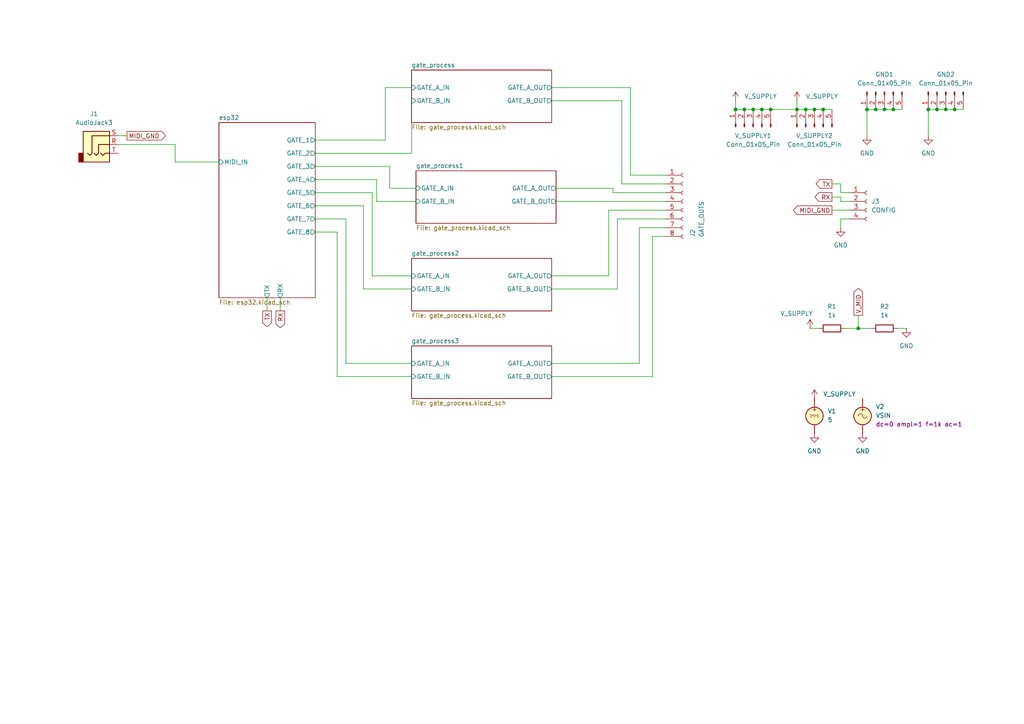
<source format=kicad_sch>
(kicad_sch (version 20231120) (generator "eeschema") (generator_version "8.0")
  (paper "A4")
  (lib_symbols
    (symbol "Connector:Conn_01x04_Socket" (pin_names (offset 1.016) hide)
      (property "Reference" "J" (at 0 5.08 0))
      (property "Value" "Conn_01x04_Socket" (at 0 -7.62 0))
      (symbol "Conn_01x04_Socket_1_1"
        (arc (start 0 -4.572) (mid -0.5058 -5.08) (end 0 -5.588) (stroke (width 0.1524)))
        (arc (start 0 -2.032) (mid -0.5058 -2.54) (end 0 -3.048) (stroke (width 0.1524)))
        (polyline (pts (xy -1.27 -5.08) (xy -0.508 -5.08)) (stroke (width 0.1524)))
        (polyline (pts (xy -1.27 -2.54) (xy -0.508 -2.54)) (stroke (width 0.1524)))
        (polyline (pts (xy -1.27 0) (xy -0.508 0)) (stroke (width 0.1524)))
        (polyline (pts (xy -1.27 2.54) (xy -0.508 2.54)) (stroke (width 0.1524)))
        (arc (start 0 0.508) (mid -0.5058 0) (end 0 -0.508) (stroke (width 0.1524)))
        (arc (start 0 3.048) (mid -0.5058 2.54) (end 0 2.032) (stroke (width 0.1524)))
        (pin passive line (at -5.08 2.54 0) (length 3.81) (name "Pin_1") (number "1"))
        (pin passive line (at -5.08 0 0) (length 3.81) (name "Pin_2") (number "2"))
        (pin passive line (at -5.08 -2.54 0) (length 3.81) (name "Pin_3") (number "3"))
        (pin passive line (at -5.08 -5.08 0) (length 3.81) (name "Pin_4") (number "4"))
      )
    )
    (symbol "Connector:Conn_01x05_Pin" (pin_names (offset 1.016) hide)
      (property "Reference" "J" (at 0 7.62 0))
      (property "Value" "Conn_01x05_Pin" (at 0 -7.62 0))
      (symbol "Conn_01x05_Pin_1_1"
        (polyline (pts (xy 1.27 -5.08) (xy 0.8636 -5.08)) (stroke (width 0.1524)))
        (polyline (pts (xy 1.27 -2.54) (xy 0.8636 -2.54)) (stroke (width 0.1524)))
        (polyline (pts (xy 1.27 0) (xy 0.8636 0)) (stroke (width 0.1524)))
        (polyline (pts (xy 1.27 2.54) (xy 0.8636 2.54)) (stroke (width 0.1524)))
        (polyline (pts (xy 1.27 5.08) (xy 0.8636 5.08)) (stroke (width 0.1524)))
        (rectangle (start 0.8636 -4.953) (end 0 -5.207) (stroke (width 0.1524)) (fill (type outline)))
        (rectangle (start 0.8636 -2.413) (end 0 -2.667) (stroke (width 0.1524)) (fill (type outline)))
        (rectangle (start 0.8636 0.127) (end 0 -0.127) (stroke (width 0.1524)) (fill (type outline)))
        (rectangle (start 0.8636 2.667) (end 0 2.413) (stroke (width 0.1524)) (fill (type outline)))
        (rectangle (start 0.8636 5.207) (end 0 4.953) (stroke (width 0.1524)) (fill (type outline)))
        (pin passive line (at 5.08 5.08 180) (length 3.81) (name "Pin_1") (number "1"))
        (pin passive line (at 5.08 2.54 180) (length 3.81) (name "Pin_2") (number "2"))
        (pin passive line (at 5.08 0 180) (length 3.81) (name "Pin_3") (number "3"))
        (pin passive line (at 5.08 -2.54 180) (length 3.81) (name "Pin_4") (number "4"))
        (pin passive line (at 5.08 -5.08 180) (length 3.81) (name "Pin_5") (number "5"))
      )
    )
    (symbol "Connector:Conn_01x08_Socket" (pin_names (offset 1.016) hide)
      (property "Reference" "J" (at 0 10.16 0))
      (property "Value" "Conn_01x08_Socket" (at 0 -12.7 0))
      (symbol "Conn_01x08_Socket_1_1"
        (arc (start 0 -9.652) (mid -0.5058 -10.16) (end 0 -10.668) (stroke (width 0.1524)))
        (arc (start 0 -7.112) (mid -0.5058 -7.62) (end 0 -8.128) (stroke (width 0.1524)))
        (arc (start 0 -4.572) (mid -0.5058 -5.08) (end 0 -5.588) (stroke (width 0.1524)))
        (arc (start 0 -2.032) (mid -0.5058 -2.54) (end 0 -3.048) (stroke (width 0.1524)))
        (polyline (pts (xy -1.27 -10.16) (xy -0.508 -10.16)) (stroke (width 0.1524)))
        (polyline (pts (xy -1.27 -7.62) (xy -0.508 -7.62)) (stroke (width 0.1524)))
        (polyline (pts (xy -1.27 -5.08) (xy -0.508 -5.08)) (stroke (width 0.1524)))
        (polyline (pts (xy -1.27 -2.54) (xy -0.508 -2.54)) (stroke (width 0.1524)))
        (polyline (pts (xy -1.27 0) (xy -0.508 0)) (stroke (width 0.1524)))
        (polyline (pts (xy -1.27 2.54) (xy -0.508 2.54)) (stroke (width 0.1524)))
        (polyline (pts (xy -1.27 5.08) (xy -0.508 5.08)) (stroke (width 0.1524)))
        (polyline (pts (xy -1.27 7.62) (xy -0.508 7.62)) (stroke (width 0.1524)))
        (arc (start 0 0.508) (mid -0.5058 0) (end 0 -0.508) (stroke (width 0.1524)))
        (arc (start 0 3.048) (mid -0.5058 2.54) (end 0 2.032) (stroke (width 0.1524)))
        (arc (start 0 5.588) (mid -0.5058 5.08) (end 0 4.572) (stroke (width 0.1524)))
        (arc (start 0 8.128) (mid -0.5058 7.62) (end 0 7.112) (stroke (width 0.1524)))
        (pin passive line (at -5.08 7.62 0) (length 3.81) (name "Pin_1") (number "1"))
        (pin passive line (at -5.08 5.08 0) (length 3.81) (name "Pin_2") (number "2"))
        (pin passive line (at -5.08 2.54 0) (length 3.81) (name "Pin_3") (number "3"))
        (pin passive line (at -5.08 0 0) (length 3.81) (name "Pin_4") (number "4"))
        (pin passive line (at -5.08 -2.54 0) (length 3.81) (name "Pin_5") (number "5"))
        (pin passive line (at -5.08 -5.08 0) (length 3.81) (name "Pin_6") (number "6"))
        (pin passive line (at -5.08 -7.62 0) (length 3.81) (name "Pin_7") (number "7"))
        (pin passive line (at -5.08 -10.16 0) (length 3.81) (name "Pin_8") (number "8"))
      )
    )
    (symbol "Connector_Audio:AudioJack3"
      (property "Reference" "J" (at 0 8.89 0))
      (property "Value" "AudioJack3" (at 0 6.35 0))
      (symbol "AudioJack3_0_1"
        (rectangle (start -5.08 -5.08) (end -6.35 -2.54) (stroke (width 0.254)) (fill (type outline)))
        (polyline (pts (xy 0 -2.54) (xy 0.635 -3.175) (xy 1.27 -2.54) (xy 2.54 -2.54)) (stroke (width 0.254)))
        (polyline (pts (xy -1.905 -2.54) (xy -1.27 -3.175) (xy -0.635 -2.54) (xy -0.635 0) (xy 2.54 0)) (stroke (width 0.254)))
        (polyline (pts (xy 2.54 2.54) (xy -2.54 2.54) (xy -2.54 -2.54) (xy -3.175 -3.175) (xy -3.81 -2.54)) (stroke (width 0.254)))
        (rectangle (start 2.54 3.81) (end -5.08 -5.08) (stroke (width 0.254)) (fill (type background)))
      )
      (symbol "AudioJack3_1_1"
        (pin passive line (at 5.08 0 180) (length 2.54) (name "~") (number "R"))
        (pin passive line (at 5.08 2.54 180) (length 2.54) (name "~") (number "S"))
        (pin passive line (at 5.08 -2.54 180) (length 2.54) (name "~") (number "T"))
      )
    )
    (symbol "Device:R" (pin_numbers hide) (pin_names (offset 0))
      (property "Reference" "R" (at 2.032 0 90))
      (property "Value" "R" (at 0 0 90))
      (symbol "R_0_1"
        (rectangle (start -1.016 -2.54) (end 1.016 2.54) (stroke (width 0.254)))
      )
      (symbol "R_1_1"
        (pin passive line (at 0 3.81 270) (length 1.27) (name "~") (number "1"))
        (pin passive line (at 0 -3.81 90) (length 1.27) (name "~") (number "2"))
      )
    )
    (symbol "Simulation_SPICE:VDC" (pin_numbers hide) (pin_names (offset 0.0254))
      (property "Reference" "V" (at 2.54 2.54 0))
      (property "Value" "1" (at 2.54 0 0))
      (symbol "VDC_0_0"
        (polyline (pts (xy -1.27 0.254) (xy 1.27 0.254)))
        (polyline (pts (xy -0.762 -0.254) (xy -1.27 -0.254)))
        (polyline (pts (xy 0.254 -0.254) (xy -0.254 -0.254)))
        (polyline (pts (xy 1.27 -0.254) (xy 0.762 -0.254)))
        (text "+" (at 0 1.905 0) (effects (font (size 1.27 1.27))))
      )
      (symbol "VDC_0_1"
        (circle (center 0 0) (radius 2.54) (stroke (width 0.254)) (fill (type background)))
      )
      (symbol "VDC_1_1"
        (pin passive line (at 0 5.08 270) (length 2.54) (name "~") (number "1"))
        (pin passive line (at 0 -5.08 90) (length 2.54) (name "~") (number "2"))
      )
    )
    (symbol "Simulation_SPICE:VSIN" (pin_numbers hide) (pin_names (offset 0.0254))
      (property "Reference" "V" (at 2.54 2.54 0))
      (property "Value" "VSIN" (at 2.54 0 0))
      (property "Sim.Params" "dc=0 ampl=1 f=1k ac=1" (at 2.54 -2.54 0))
      (symbol "VSIN_0_0"
        (arc (start 0 0) (mid -0.635 0.6323) (end -1.27 0))
        (arc (start 0 0) (mid 0.635 -0.6323) (end 1.27 0))
        (text "+" (at 0 1.905 0) (effects (font (size 1.27 1.27))))
      )
      (symbol "VSIN_0_1"
        (circle (center 0 0) (radius 2.54) (stroke (width 0.254)) (fill (type background)))
      )
      (symbol "VSIN_1_1"
        (pin passive line (at 0 5.08 270) (length 2.54) (name "~") (number "1"))
        (pin passive line (at 0 -5.08 90) (length 2.54) (name "~") (number "2"))
      )
    )
    (symbol "power:+5V" (power) (pin_numbers hide) (pin_names (offset 0) hide)
      (property "Value" "+5V" (at 0 3.556 0))
      (symbol "+5V_0_1"
        (polyline (pts (xy -0.762 1.27) (xy 0 2.54)))
        (polyline (pts (xy 0 0) (xy 0 2.54)))
        (polyline (pts (xy 0 2.54) (xy 0.762 1.27)))
      )
      (symbol "+5V_1_1"
        (pin power_in line (at 0 0 90) (length 0) (name "~") (number "1"))
      )
    )
    (symbol "power:GND" (power) (pin_numbers hide) (pin_names (offset 0) hide)
      (property "Value" "GND" (at 0 -3.81 0))
      (symbol "GND_0_1"
        (polyline (pts (xy 0 0) (xy 0 -1.27) (xy 1.27 -1.27) (xy 0 -2.54) (xy -1.27 -1.27) (xy 0 -1.27)))
      )
      (symbol "GND_1_1"
        (pin power_in line (at 0 0 270) (length 0) (name "~") (number "1"))
      )
    )
  )
  (junction (at 215.9 31.75))
  (junction (at 238.76 31.75))
  (junction (at 233.68 31.75))
  (junction (at 276.86 31.75))
  (junction (at 254 31.75))
  (junction (at 231.14 31.75))
  (junction (at 213.36 31.75))
  (junction (at 220.98 31.75))
  (junction (at 259.08 31.75))
  (junction (at 248.92 95.25))
  (junction (at 271.78 31.75))
  (junction (at 256.54 31.75))
  (junction (at 236.22 31.75))
  (junction (at 274.32 31.75))
  (junction (at 218.44 31.75))
  (junction (at 223.52 31.75))
  (junction (at 269.24 31.75))
  (junction (at 251.46 31.75))
  (wire (pts (xy 223.52 31.75) (xy 231.14 31.75)))
  (wire (pts (xy 91.44 67.31) (xy 97.79 67.31)))
  (wire (pts (xy 269.24 31.75) (xy 269.24 39.37)))
  (wire (pts (xy 185.42 66.04) (xy 193.04 66.04)))
  (wire (pts (xy 269.24 31.75) (xy 271.78 31.75)))
  (wire (pts (xy 77.47 86.36) (xy 77.47 90.17)))
  (wire (pts (xy 233.68 31.75) (xy 236.22 31.75)))
  (wire (pts (xy 119.38 29.21) (xy 119.38 44.45)))
  (wire (pts (xy 241.3 60.96) (xy 246.38 60.96)))
  (wire (pts (xy 243.84 63.5) (xy 243.84 66.04)))
  (wire (pts (xy 185.42 105.41) (xy 185.42 66.04)))
  (wire (pts (xy 36.83 39.37) (xy 34.29 39.37)))
  (wire (pts (xy 50.8 46.99) (xy 63.5 46.99)))
  (wire (pts (xy 220.98 31.75) (xy 223.52 31.75)))
  (wire (pts (xy 160.02 105.41) (xy 185.42 105.41)))
  (wire (pts (xy 231.14 31.75) (xy 233.68 31.75)))
  (wire (pts (xy 91.44 55.88) (xy 107.95 55.88)))
  (wire (pts (xy 189.23 68.58) (xy 193.04 68.58)))
  (wire (pts (xy 180.34 53.34) (xy 193.04 53.34)))
  (wire (pts (xy 213.36 31.75) (xy 215.9 31.75)))
  (wire (pts (xy 189.23 109.22) (xy 189.23 68.58)))
  (wire (pts (xy 180.34 29.21) (xy 180.34 53.34)))
  (wire (pts (xy 91.44 48.26) (xy 113.03 48.26)))
  (wire (pts (xy 243.84 55.88) (xy 246.38 55.88)))
  (wire (pts (xy 276.86 31.75) (xy 279.4 31.75)))
  (wire (pts (xy 259.08 31.75) (xy 261.62 31.75)))
  (wire (pts (xy 161.29 58.42) (xy 193.04 58.42)))
  (wire (pts (xy 248.92 91.44) (xy 248.92 95.25)))
  (wire (pts (xy 248.92 95.25) (xy 252.73 95.25)))
  (wire (pts (xy 161.29 54.61) (xy 177.8 54.61)))
  (wire (pts (xy 182.88 25.4) (xy 182.88 50.8)))
  (wire (pts (xy 218.44 31.75) (xy 220.98 31.75)))
  (wire (pts (xy 251.46 31.75) (xy 254 31.75)))
  (wire (pts (xy 262.89 95.25) (xy 260.35 95.25)))
  (wire (pts (xy 91.44 63.5) (xy 100.33 63.5)))
  (wire (pts (xy 97.79 67.31) (xy 97.79 109.22)))
  (wire (pts (xy 251.46 31.75) (xy 251.46 39.37)))
  (wire (pts (xy 234.95 95.25) (xy 237.49 95.25)))
  (wire (pts (xy 213.36 31.75) (xy 213.36 29.21)))
  (wire (pts (xy 50.8 41.91) (xy 50.8 46.99)))
  (wire (pts (xy 109.22 52.07) (xy 109.22 58.42)))
  (wire (pts (xy 100.33 105.41) (xy 119.38 105.41)))
  (wire (pts (xy 177.8 54.61) (xy 177.8 55.88)))
  (wire (pts (xy 107.95 80.01) (xy 119.38 80.01)))
  (wire (pts (xy 182.88 50.8) (xy 193.04 50.8)))
  (wire (pts (xy 34.29 41.91) (xy 50.8 41.91)))
  (wire (pts (xy 119.38 44.45) (xy 91.44 44.45)))
  (wire (pts (xy 256.54 31.75) (xy 259.08 31.75)))
  (wire (pts (xy 105.41 59.69) (xy 105.41 83.82)))
  (wire (pts (xy 179.07 83.82) (xy 179.07 63.5)))
  (wire (pts (xy 274.32 31.75) (xy 276.86 31.75)))
  (wire (pts (xy 107.95 55.88) (xy 107.95 80.01)))
  (wire (pts (xy 111.76 25.4) (xy 111.76 40.64)))
  (wire (pts (xy 160.02 29.21) (xy 180.34 29.21)))
  (wire (pts (xy 246.38 63.5) (xy 243.84 63.5)))
  (wire (pts (xy 231.14 31.75) (xy 231.14 29.21)))
  (wire (pts (xy 243.84 58.42) (xy 246.38 58.42)))
  (wire (pts (xy 177.8 55.88) (xy 193.04 55.88)))
  (wire (pts (xy 243.84 53.34) (xy 243.84 55.88)))
  (wire (pts (xy 91.44 59.69) (xy 105.41 59.69)))
  (wire (pts (xy 81.28 86.36) (xy 81.28 90.17)))
  (wire (pts (xy 271.78 31.75) (xy 274.32 31.75)))
  (wire (pts (xy 176.53 80.01) (xy 176.53 60.96)))
  (wire (pts (xy 215.9 31.75) (xy 218.44 31.75)))
  (wire (pts (xy 100.33 63.5) (xy 100.33 105.41)))
  (wire (pts (xy 241.3 57.15) (xy 243.84 57.15)))
  (wire (pts (xy 111.76 25.4) (xy 119.38 25.4)))
  (wire (pts (xy 160.02 83.82) (xy 179.07 83.82)))
  (wire (pts (xy 160.02 109.22) (xy 189.23 109.22)))
  (wire (pts (xy 245.11 95.25) (xy 248.92 95.25)))
  (wire (pts (xy 243.84 57.15) (xy 243.84 58.42)))
  (wire (pts (xy 111.76 40.64) (xy 91.44 40.64)))
  (wire (pts (xy 236.22 31.75) (xy 238.76 31.75)))
  (wire (pts (xy 241.3 53.34) (xy 243.84 53.34)))
  (wire (pts (xy 97.79 109.22) (xy 119.38 109.22)))
  (wire (pts (xy 179.07 63.5) (xy 193.04 63.5)))
  (wire (pts (xy 160.02 25.4) (xy 182.88 25.4)))
  (wire (pts (xy 113.03 54.61) (xy 120.65 54.61)))
  (wire (pts (xy 91.44 52.07) (xy 109.22 52.07)))
  (wire (pts (xy 160.02 80.01) (xy 176.53 80.01)))
  (wire (pts (xy 176.53 60.96) (xy 193.04 60.96)))
  (wire (pts (xy 109.22 58.42) (xy 120.65 58.42)))
  (wire (pts (xy 113.03 48.26) (xy 113.03 54.61)))
  (wire (pts (xy 238.76 31.75) (xy 241.3 31.75)))
  (wire (pts (xy 254 31.75) (xy 256.54 31.75)))
  (wire (pts (xy 105.41 83.82) (xy 119.38 83.82)))
  (global_label "TX" (shape output) (at 77.47 90.17 270) (property "Intersheetrefs" "${INTERSHEET_REFS}" (effects (hide yes))))
  (global_label "RX" (shape output) (at 81.28 90.17 270) (property "Intersheetrefs" "${INTERSHEET_REFS}" (effects (hide yes))))
  (global_label "MIDI_GND" (shape output) (at 241.3 60.96 180) (property "Intersheetrefs" "${INTERSHEET_REFS}" (effects (hide yes))))
  (global_label "TX" (shape output) (at 241.3 53.34 180) (property "Intersheetrefs" "${INTERSHEET_REFS}" (effects (hide yes))))
  (global_label "MIDI_GND" (shape output) (at 36.83 39.37 0) (property "Intersheetrefs" "${INTERSHEET_REFS}" (effects (hide yes))))
  (global_label "RX" (shape output) (at 241.3 57.15 180) (property "Intersheetrefs" "${INTERSHEET_REFS}" (effects (hide yes))))
  (global_label "V_MID" (shape output) (at 248.92 91.44 90) (property "Intersheetrefs" "${INTERSHEET_REFS}" (effects (hide yes))))
  (symbol (lib_id "Device:R") (at 241.3 95.25 90) (unit 1)
    (property "Reference" "R1" (at 241.3 88.9 90))
    (property "Value" "1k" (at 241.3 91.44 90))
    (property "Footprint" "Resistor_SMD:R_0402_1005Metric" (effects (hide yes)))
    (property "Description" "Resistor" (effects (hide yes)))
  )
  (symbol (lib_id "Simulation_SPICE:VDC") (at 236.22 120.65 0) (unit 1) (on_board no)
    (property "Reference" "V1" (at 240.03 119.2501 0) (effects (justify left)))
    (property "Value" "5" (at 240.03 121.7901 0) (effects (justify left)))
    (property "Datasheet" "https://ngspice.sourceforge.io/docs/ngspice-html-manual/manual.xhtml#sec_Independent_Sources_for" (effects (hide yes)))
    (property "Description" "Voltage source, DC" (effects (hide yes)))
    (property "Sim.Pins" "1=+ 2=-" (effects (hide yes)))
    (property "Sim.Type" "DC" (effects (hide yes)))
    (property "Sim.Device" "V" (effects (hide yes)))
  )
  (symbol (lib_id "Connector:Conn_01x05_Pin") (at 218.44 36.83 90) (unit 1) (exclude_from_sim yes)
    (property "Reference" "V_SUPPLY1" (at 218.44 39.37 90))
    (property "Value" "Conn_01x05_Pin" (at 218.44 41.91 90))
    (property "Footprint" "BreadModular_MISC:Power_Connector" (effects (hide yes)))
    (property "Description" "Generic connector, single row, 01x05, script generated" (effects (hide yes)))
  )
  (symbol (lib_id "Connector:Conn_01x05_Pin") (at 274.32 26.67 90) (mirror x) (unit 1) (exclude_from_sim yes)
    (property "Reference" "GND2" (at 274.32 21.59 90))
    (property "Value" "Conn_01x05_Pin" (at 274.32 24.13 90))
    (property "Footprint" "BreadModular_MISC:Power_Connector" (effects (hide yes)))
    (property "Description" "Generic connector, single row, 01x05, script generated" (effects (hide yes)))
  )
  (symbol (lib_id "power:+5V") (at 231.14 29.21 0) (unit 1)
    (property "Reference" "#PWR02" (effects (hide yes)))
    (property "Value" "V_SUPPLY" (at 233.68 27.9399 0) (effects (justify left)))
    (property "Description" "Power symbol creates a global label with name \"+5V\"" (effects (hide yes)))
  )
  (symbol (lib_id "power:+5V") (at 236.22 115.57 0) (unit 1)
    (property "Reference" "#PWR08" (effects (hide yes)))
    (property "Value" "V_SUPPLY" (at 238.76 114.2999 0) (effects (justify left)))
    (property "Description" "Power symbol creates a global label with name \"+5V\"" (effects (hide yes)))
  )
  (symbol (lib_id "power:GND") (at 243.84 66.04 0) (unit 1)
    (property "Reference" "#PWR05" (effects (hide yes)))
    (property "Value" "GND" (at 243.84 71.12 0))
    (property "Description" "Power symbol creates a global label with name \"GND\" , ground" (effects (hide yes)))
  )
  (symbol (lib_id "Simulation_SPICE:VSIN") (at 250.19 120.65 0) (unit 1) (on_board no)
    (property "Reference" "V2" (at 254 117.9801 0) (effects (justify left)))
    (property "Value" "VSIN" (at 254 120.5201 0) (effects (justify left)))
    (property "Datasheet" "https://ngspice.sourceforge.io/docs/ngspice-html-manual/manual.xhtml#sec_Independent_Sources_for" (effects (hide yes)))
    (property "Description" "Voltage source, sinusoidal" (effects (hide yes)))
    (property "Sim.Pins" "1=+ 2=-" (effects (hide yes)))
    (property "Sim.Params" "dc=0 ampl=1 f=1k ac=1" (at 254 123.0601 0) (effects (justify left)))
    (property "Sim.Type" "SIN" (effects (hide yes)))
    (property "Sim.Device" "V" (effects (hide yes)))
  )
  (symbol (lib_id "power:+5V") (at 213.36 29.21 0) (unit 1)
    (property "Reference" "#PWR01" (effects (hide yes)))
    (property "Value" "V_SUPPLY" (at 215.9 27.9399 0) (effects (justify left)))
    (property "Description" "Power symbol creates a global label with name \"+5V\"" (effects (hide yes)))
  )
  (symbol (lib_id "power:GND") (at 251.46 39.37 0) (unit 1)
    (property "Reference" "#PWR03" (effects (hide yes)))
    (property "Value" "GND" (at 251.46 44.45 0))
    (property "Description" "Power symbol creates a global label with name \"GND\" , ground" (effects (hide yes)))
  )
  (symbol (lib_id "power:GND") (at 269.24 39.37 0) (unit 1)
    (property "Reference" "#PWR04" (effects (hide yes)))
    (property "Value" "GND" (at 269.24 44.45 0))
    (property "Description" "Power symbol creates a global label with name \"GND\" , ground" (effects (hide yes)))
  )
  (symbol (lib_id "Connector:Conn_01x08_Socket") (at 198.12 58.42 0) (unit 1)
    (property "Reference" "J2" (at 200.914 68.834 90) (effects (justify left)))
    (property "Value" "GATE_OUTS" (at 203.454 68.834 90) (effects (justify left)))
    (property "Footprint" "Connector_PinSocket_2.54mm:PinSocket_1x08_P2.54mm_Vertical" (effects (hide yes)))
    (property "Description" "Generic connector, single row, 01x08, script generated" (effects (hide yes)))
  )
  (symbol (lib_id "power:GND") (at 250.19 125.73 0) (unit 1)
    (property "Reference" "#PWR010" (effects (hide yes)))
    (property "Value" "GND" (at 250.19 130.81 0))
    (property "Description" "Power symbol creates a global label with name \"GND\" , ground" (effects (hide yes)))
  )
  (symbol (lib_id "Connector_Audio:AudioJack3") (at 29.21 41.91 0) (unit 1)
    (property "Reference" "J1" (at 27.305 33.02 0))
    (property "Value" "AudioJack3" (at 27.305 35.56 0))
    (property "Footprint" "BreadModular_AudioJacks:Jack_3.5mm_QingPu_WQP-PJ366ST_Vertical" (effects (hide yes)))
    (property "Description" "Audio Jack, 3 Poles (Stereo / TRS)" (effects (hide yes)))
  )
  (symbol (lib_id "power:GND") (at 236.22 125.73 0) (unit 1)
    (property "Reference" "#PWR09" (effects (hide yes)))
    (property "Value" "GND" (at 236.22 130.81 0))
    (property "Description" "Power symbol creates a global label with name \"GND\" , ground" (effects (hide yes)))
  )
  (symbol (lib_id "Connector:Conn_01x05_Pin") (at 236.22 36.83 90) (unit 1) (exclude_from_sim yes)
    (property "Reference" "V_SUPPLY2" (at 236.22 39.37 90))
    (property "Value" "Conn_01x05_Pin" (at 236.22 41.91 90))
    (property "Footprint" "BreadModular_MISC:Power_Connector" (effects (hide yes)))
    (property "Description" "Generic connector, single row, 01x05, script generated" (effects (hide yes)))
  )
  (symbol (lib_id "power:GND") (at 262.89 95.25 0) (unit 1)
    (property "Reference" "#PWR07" (effects (hide yes)))
    (property "Value" "GND" (at 262.89 100.33 0))
    (property "Description" "Power symbol creates a global label with name \"GND\" , ground" (effects (hide yes)))
  )
  (symbol (lib_id "Connector:Conn_01x04_Socket") (at 251.46 58.42 0) (unit 1)
    (property "Reference" "J3" (at 252.73 58.4199 0) (effects (justify left)))
    (property "Value" "CONFIG" (at 252.73 60.9599 0) (effects (justify left)))
    (property "Footprint" "Connector_PinSocket_2.54mm:PinSocket_1x04_P2.54mm_Vertical" (effects (hide yes)))
    (property "Description" "Generic connector, single row, 01x04, script generated" (effects (hide yes)))
  )
  (symbol (lib_id "Device:R") (at 256.54 95.25 90) (unit 1)
    (property "Reference" "R2" (at 256.54 88.9 90))
    (property "Value" "1k" (at 256.54 91.44 90))
    (property "Footprint" "Resistor_SMD:R_0402_1005Metric" (effects (hide yes)))
    (property "Description" "Resistor" (effects (hide yes)))
  )
  (symbol (lib_id "Connector:Conn_01x05_Pin") (at 256.54 26.67 90) (mirror x) (unit 1) (exclude_from_sim yes)
    (property "Reference" "GND1" (at 256.54 21.59 90))
    (property "Value" "Conn_01x05_Pin" (at 256.54 24.13 90))
    (property "Footprint" "BreadModular_MISC:Power_Connector" (effects (hide yes)))
    (property "Description" "Generic connector, single row, 01x05, script generated" (effects (hide yes)))
  )
  (symbol (lib_id "power:+5V") (at 234.95 95.25 0) (unit 1)
    (property "Reference" "#PWR06" (effects (hide yes)))
    (property "Value" "V_SUPPLY" (at 226.314 90.932 0) (effects (justify left)))
    (property "Description" "Power symbol creates a global label with name \"+5V\"" (effects (hide yes)))
  )
  (sheet (at 119.38 20.32) (size 40.64 15.24) (stroke (width 0.1524))
    (property "Sheetname" "gate_process" (at 119.38 19.6084 0) (effects (justify left bottom)))
    (property "Sheetfile" "gate_process.kicad_sch" (at 119.38 36.1446 0) (effects (justify left top)))
    (pin "GATE_A_IN" input (at 119.38 25.4 180))
    (pin "GATE_B_IN" input (at 119.38 29.21 180))
    (pin "GATE_B_OUT" output (at 160.02 29.21 0))
    (pin "GATE_A_OUT" output (at 160.02 25.4 0))
  )
  (sheet (at 63.5 35.56) (size 27.94 50.8) (stroke (width 0.1524))
    (property "Sheetname" "esp32" (at 63.5 34.8484 0) (effects (justify left bottom)))
    (property "Sheetfile" "esp32.kicad_sch" (at 63.5 86.9446 0) (effects (justify left top)))
    (pin "GATE_3" output (at 91.44 48.26 0))
    (pin "GATE_4" output (at 91.44 52.07 0))
    (pin "GATE_1" output (at 91.44 40.64 0))
    (pin "GATE_2" output (at 91.44 44.45 0))
    (pin "GATE_7" output (at 91.44 63.5 0))
    (pin "GATE_5" output (at 91.44 55.88 0))
    (pin "GATE_6" output (at 91.44 59.69 0))
    (pin "GATE_8" output (at 91.44 67.31 0))
    (pin "TX" output (at 77.47 86.36 270))
    (pin "RX" output (at 81.28 86.36 270))
    (pin "MIDI_IN" input (at 63.5 46.99 180))
  )
  (sheet (at 119.38 100.33) (size 40.64 15.24) (stroke (width 0.1524))
    (property "Sheetname" "gate_process3" (at 119.38 99.6184 0) (effects (justify left bottom)))
    (property "Sheetfile" "gate_process.kicad_sch" (at 119.38 116.1546 0) (effects (justify left top)))
    (pin "GATE_A_IN" input (at 119.38 105.41 180))
    (pin "GATE_B_IN" input (at 119.38 109.22 180))
    (pin "GATE_B_OUT" output (at 160.02 109.22 0))
    (pin "GATE_A_OUT" output (at 160.02 105.41 0))
  )
  (sheet (at 120.65 49.53) (size 40.64 15.24) (stroke (width 0.1524))
    (property "Sheetname" "gate_process1" (at 120.65 48.8184 0) (effects (justify left bottom)))
    (property "Sheetfile" "gate_process.kicad_sch" (at 120.65 65.3546 0) (effects (justify left top)))
    (pin "GATE_A_IN" input (at 120.65 54.61 180))
    (pin "GATE_B_IN" input (at 120.65 58.42 180))
    (pin "GATE_B_OUT" output (at 161.29 58.42 0))
    (pin "GATE_A_OUT" output (at 161.29 54.61 0))
  )
  (sheet (at 119.38 74.93) (size 40.64 15.24) (stroke (width 0.1524))
    (property "Sheetname" "gate_process2" (at 119.38 74.2184 0) (effects (justify left bottom)))
    (property "Sheetfile" "gate_process.kicad_sch" (at 119.38 90.7546 0) (effects (justify left top)))
    (pin "GATE_A_IN" input (at 119.38 80.01 180))
    (pin "GATE_B_IN" input (at 119.38 83.82 180))
    (pin "GATE_B_OUT" output (at 160.02 83.82 0))
    (pin "GATE_A_OUT" output (at 160.02 80.01 0))
  )
)
</source>
